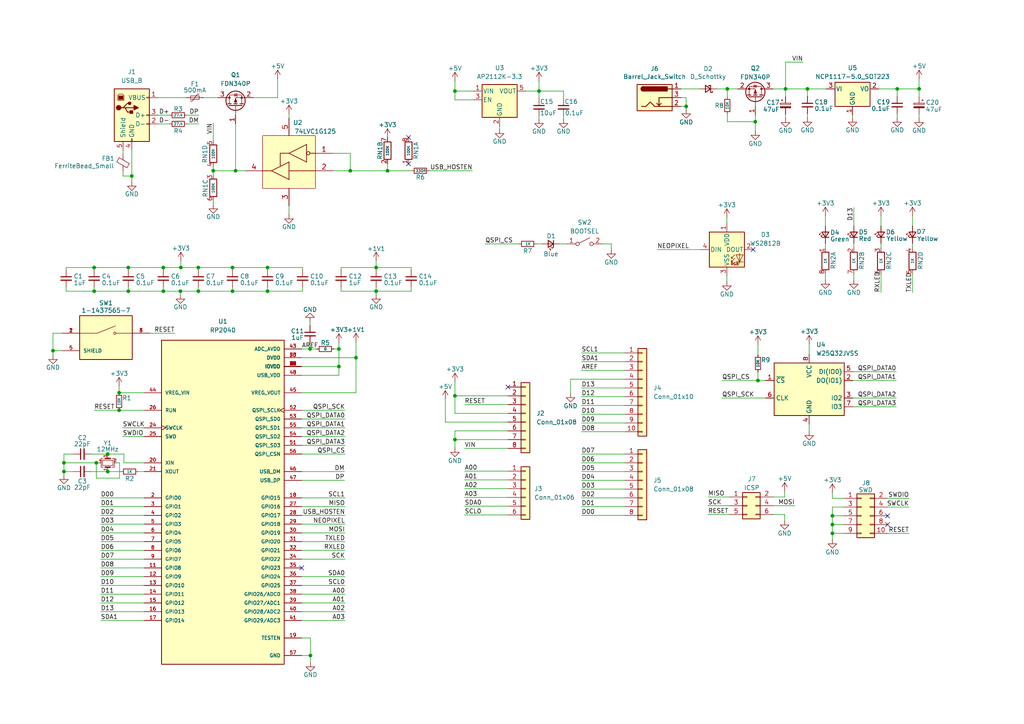
<source format=kicad_sch>
(kicad_sch (version 20211123) (generator eeschema)
  (paper "A4")
  (title_block (title "RP UNO") (date "2022-12-17") (rev "A"))
  (junction (at 101.6 49.53))
  (junction (at 52.324 84.455))
  (junction (at 90.043 190.119))
  (junction (at 34.544 118.999))
  (junction (at 98.298 106.299))
  (junction (at 47.371 77.597))
  (junction (at 68.326 49.53))
  (junction (at 260.223 25.781))
  (junction (at 227.838 25.781))
  (junction (at 27.305 84.455))
  (junction (at 61.849 49.53))
  (junction (at 156.337 26.416))
  (junction (at 109.093 84.455))
  (junction (at 34.544 113.919))
  (junction (at 31.242 136.779))
  (junction (at 57.531 84.455))
  (junction (at 112.395 49.53))
  (junction (at 210.947 25.781))
  (junction (at 67.437 84.455))
  (junction (at 18.542 134.239))
  (junction (at 52.451 77.597))
  (junction (at 241.427 149.606))
  (junction (at 18.542 136.779))
  (junction (at 103.251 103.759))
  (junction (at 219.837 110.363))
  (junction (at 77.597 77.597))
  (junction (at 266.573 25.781))
  (junction (at 27.305 77.597))
  (junction (at 98.298 101.219))
  (junction (at 131.953 26.416))
  (junction (at 47.371 84.455))
  (junction (at 57.531 77.597))
  (junction (at 37.211 84.455))
  (junction (at 27.94 134.239))
  (junction (at 15.367 101.727))
  (junction (at 241.427 154.686))
  (junction (at 38.227 51.054))
  (junction (at 199.009 30.861))
  (junction (at 219.075 35.306))
  (junction (at 234.188 25.781))
  (junction (at 109.093 77.597))
  (junction (at 131.953 127.508))
  (junction (at 37.211 77.597))
  (junction (at 89.916 101.219))
  (junction (at 31.242 131.699))
  (junction (at 241.427 152.146))
  (junction (at 77.597 84.455))
  (junction (at 131.953 114.808))
  (junction (at 67.437 77.597))
  (no_connect (at 118.491 47.498))
  (no_connect (at 218.44 72.39))
  (no_connect (at 257.429 152.146))
  (no_connect (at 87.503 164.719))
  (no_connect (at 147.32 112.268))
  (no_connect (at 118.491 39.878))
  (no_connect (at 257.429 149.606))
  (wire (pts (xy 98.298 108.839) (xy 98.298 106.299)))
  (wire (pts (xy 131.953 26.416) (xy 137.287 26.416)))
  (wire (pts (xy 134.747 117.348) (xy 147.32 117.348)))
  (wire (pts (xy 219.837 110.363) (xy 209.423 110.363)))
  (wire (pts (xy 264.668 65.532) (xy 264.668 62.611)))
  (wire (pts (xy 241.427 154.686) (xy 241.427 156.464)))
  (wire (pts (xy 199.009 28.321) (xy 197.485 28.321)))
  (wire (pts (xy 38.227 43.561) (xy 38.227 51.054)))
  (wire (pts (xy 35.56 126.619) (xy 41.783 126.619)))
  (wire (pts (xy 168.656 122.682) (xy 181.229 122.682)))
  (wire (pts (xy 119.253 83.312) (xy 119.253 84.455)))
  (wire (pts (xy 255.524 79.502) (xy 255.524 84.836)))
  (wire (pts (xy 134.747 144.272) (xy 147.32 144.272)))
  (wire (pts (xy 27.94 138.684) (xy 27.94 134.239)))
  (wire (pts (xy 26.416 131.699) (xy 31.242 131.699)))
  (wire (pts (xy 87.503 136.779) (xy 99.949 136.779)))
  (wire (pts (xy 15.367 101.727) (xy 15.367 102.997)))
  (wire (pts (xy 29.21 149.479) (xy 41.783 149.479)))
  (wire (pts (xy 80.518 28.321) (xy 80.518 22.86)))
  (wire (pts (xy 109.093 85.471) (xy 109.093 84.455)))
  (wire (pts (xy 168.656 112.522) (xy 181.229 112.522)))
  (wire (pts (xy 29.21 164.719) (xy 41.783 164.719)))
  (wire (pts (xy 61.849 49.53) (xy 61.849 50.673)))
  (wire (pts (xy 29.21 157.099) (xy 41.783 157.099)))
  (wire (pts (xy 147.32 119.888) (xy 131.953 119.888)))
  (wire (pts (xy 234.188 33.02) (xy 234.188 34.163)))
  (wire (pts (xy 197.485 25.781) (xy 202.819 25.781)))
  (wire (pts (xy 219.075 35.306) (xy 219.075 37.973)))
  (wire (pts (xy 19.177 84.455) (xy 27.305 84.455)))
  (wire (pts (xy 263.652 147.066) (xy 257.429 147.066)))
  (wire (pts (xy 247.65 70.612) (xy 247.65 71.882)))
  (wire (pts (xy 168.656 102.362) (xy 181.229 102.362)))
  (wire (pts (xy 87.503 146.939) (xy 100.076 146.939)))
  (wire (pts (xy 87.503 157.099) (xy 100.076 157.099)))
  (wire (pts (xy 131.953 124.968) (xy 131.953 127.508)))
  (wire (pts (xy 241.427 147.066) (xy 241.427 149.606)))
  (wire (pts (xy 134.747 136.652) (xy 147.32 136.652)))
  (wire (pts (xy 244.729 147.066) (xy 241.427 147.066)))
  (wire (pts (xy 15.367 96.647) (xy 15.367 101.727)))
  (wire (pts (xy 34.544 118.999) (xy 41.783 118.999)))
  (wire (pts (xy 90.043 190.119) (xy 87.503 190.119)))
  (wire (pts (xy 112.395 49.53) (xy 119.38 49.53)))
  (wire (pts (xy 87.503 118.999) (xy 100.076 118.999)))
  (wire (pts (xy 59.055 28.321) (xy 63.246 28.321)))
  (wire (pts (xy 210.82 64.77) (xy 210.82 63.119)))
  (wire (pts (xy 101.6 49.53) (xy 112.395 49.53)))
  (wire (pts (xy 34.544 113.919) (xy 34.544 112.014)))
  (wire (pts (xy 27.305 84.455) (xy 37.211 84.455)))
  (wire (pts (xy 27.305 77.597) (xy 37.211 77.597)))
  (wire (pts (xy 234.696 123.063) (xy 234.696 125.095)))
  (wire (pts (xy 100.076 144.399) (xy 87.503 144.399)))
  (wire (pts (xy 27.305 83.312) (xy 27.305 84.455)))
  (wire (pts (xy 34.544 113.919) (xy 41.783 113.919)))
  (wire (pts (xy 100.076 169.799) (xy 87.503 169.799)))
  (wire (pts (xy 37.211 83.312) (xy 37.211 84.455)))
  (wire (pts (xy 168.656 131.699) (xy 181.229 131.699)))
  (wire (pts (xy 90.043 190.119) (xy 90.043 192.151)))
  (wire (pts (xy 134.747 149.352) (xy 147.32 149.352)))
  (wire (pts (xy 109.093 77.597) (xy 109.093 75.692)))
  (wire (pts (xy 98.933 84.455) (xy 109.093 84.455)))
  (wire (pts (xy 247.65 79.502) (xy 247.65 81.153)))
  (wire (pts (xy 168.656 104.902) (xy 181.229 104.902)))
  (wire (pts (xy 52.451 77.597) (xy 57.531 77.597)))
  (wire (pts (xy 255.524 65.532) (xy 255.524 62.611)))
  (wire (pts (xy 129.159 115.824) (xy 129.159 122.428)))
  (wire (pts (xy 35.56 124.079) (xy 41.783 124.079)))
  (wire (pts (xy 205.359 149.225) (xy 211.582 149.225)))
  (wire (pts (xy 156.337 26.416) (xy 156.337 28.575)))
  (wire (pts (xy 227.838 18.034) (xy 232.918 18.034)))
  (wire (pts (xy 100.076 172.339) (xy 87.503 172.339)))
  (wire (pts (xy 35.687 51.054) (xy 38.227 51.054)))
  (wire (pts (xy 131.953 127.508) (xy 147.32 127.508)))
  (wire (pts (xy 21.336 131.699) (xy 18.542 131.699)))
  (wire (pts (xy 87.503 149.479) (xy 100.076 149.479)))
  (wire (pts (xy 29.21 167.259) (xy 41.783 167.259)))
  (wire (pts (xy 156.337 26.416) (xy 163.449 26.416)))
  (wire (pts (xy 266.573 33.147) (xy 266.573 34.29)))
  (wire (pts (xy 87.503 154.559) (xy 100.076 154.559)))
  (wire (pts (xy 52.324 84.455) (xy 57.531 84.455)))
  (wire (pts (xy 131.953 114.808) (xy 131.953 119.888)))
  (wire (pts (xy 241.427 144.526) (xy 241.427 142.875)))
  (wire (pts (xy 98.933 83.312) (xy 98.933 84.455)))
  (wire (pts (xy 26.416 136.779) (xy 31.242 136.779)))
  (wire (pts (xy 67.437 78.232) (xy 67.437 77.597)))
  (wire (pts (xy 68.326 49.53) (xy 71.12 49.53)))
  (wire (pts (xy 87.503 167.259) (xy 100.076 167.259)))
  (wire (pts (xy 264.668 70.612) (xy 264.668 71.882)))
  (wire (pts (xy 67.437 84.455) (xy 77.597 84.455)))
  (wire (pts (xy 144.907 36.576) (xy 144.907 37.465)))
  (wire (pts (xy 219.075 33.401) (xy 219.075 35.306)))
  (wire (pts (xy 266.573 25.781) (xy 266.573 22.86)))
  (wire (pts (xy 147.32 122.428) (xy 129.159 122.428)))
  (wire (pts (xy 131.953 110.744) (xy 131.953 114.808)))
  (wire (pts (xy 263.652 144.526) (xy 257.429 144.526)))
  (wire (pts (xy 112.395 47.498) (xy 112.395 49.53)))
  (wire (pts (xy 199.009 30.861) (xy 199.009 31.75)))
  (wire (pts (xy 87.757 77.597) (xy 87.757 78.232)))
  (wire (pts (xy 227.584 149.225) (xy 227.584 151.003)))
  (wire (pts (xy 18.542 136.779) (xy 18.542 137.795)))
  (wire (pts (xy 29.21 154.559) (xy 41.783 154.559)))
  (wire (pts (xy 45.847 28.321) (xy 53.975 28.321)))
  (wire (pts (xy 98.298 99.314) (xy 98.298 101.219)))
  (wire (pts (xy 29.21 144.399) (xy 41.783 144.399)))
  (wire (pts (xy 134.747 130.048) (xy 147.32 130.048)))
  (wire (pts (xy 219.837 107.95) (xy 219.837 110.363)))
  (wire (pts (xy 219.837 102.87) (xy 219.837 99.949)))
  (wire (pts (xy 210.82 80.01) (xy 210.82 81.661)))
  (wire (pts (xy 168.656 115.062) (xy 181.229 115.062)))
  (wire (pts (xy 61.849 49.53) (xy 68.326 49.53)))
  (wire (pts (xy 168.656 136.779) (xy 181.229 136.779)))
  (wire (pts (xy 174.625 70.739) (xy 177.292 70.739)))
  (wire (pts (xy 19.177 78.232) (xy 19.177 77.597)))
  (wire (pts (xy 239.395 79.502) (xy 239.395 81.153)))
  (wire (pts (xy 54.229 35.941) (xy 57.658 35.941)))
  (wire (pts (xy 156.337 33.655) (xy 156.337 34.544)))
  (wire (pts (xy 150.495 70.739) (xy 140.716 70.739)))
  (wire (pts (xy 61.849 48.387) (xy 61.849 49.53)))
  (wire (pts (xy 241.427 154.686) (xy 244.729 154.686)))
  (wire (pts (xy 15.367 101.727) (xy 18.034 101.727)))
  (wire (pts (xy 45.847 35.941) (xy 49.149 35.941)))
  (wire (pts (xy 103.251 103.759) (xy 103.251 113.919)))
  (wire (pts (xy 35.941 134.239) (xy 41.783 134.239)))
  (wire (pts (xy 247.269 33.401) (xy 247.269 34.163)))
  (wire (pts (xy 87.503 101.219) (xy 89.916 101.219)))
  (wire (pts (xy 87.503 121.539) (xy 100.076 121.539)))
  (wire (pts (xy 77.597 77.597) (xy 87.757 77.597)))
  (wire (pts (xy 87.503 152.019) (xy 100.076 152.019)))
  (wire (pts (xy 89.916 101.219) (xy 91.821 101.219)))
  (wire (pts (xy 131.953 28.956) (xy 131.953 26.416)))
  (wire (pts (xy 87.503 162.179) (xy 100.076 162.179)))
  (wire (pts (xy 29.21 172.339) (xy 41.783 172.339)))
  (wire (pts (xy 27.305 78.232) (xy 27.305 77.597)))
  (wire (pts (xy 234.696 102.743) (xy 234.696 99.822)))
  (wire (pts (xy 163.449 33.655) (xy 163.449 34.544)))
  (wire (pts (xy 168.656 134.239) (xy 181.229 134.239)))
  (wire (pts (xy 134.747 146.812) (xy 147.32 146.812)))
  (wire (pts (xy 234.188 25.781) (xy 234.188 27.94)))
  (wire (pts (xy 260.223 25.781) (xy 260.223 27.94)))
  (wire (pts (xy 37.211 78.232) (xy 37.211 77.597)))
  (wire (pts (xy 239.395 65.532) (xy 239.395 62.611)))
  (wire (pts (xy 18.542 131.699) (xy 18.542 134.239)))
  (wire (pts (xy 57.531 77.597) (xy 67.437 77.597)))
  (wire (pts (xy 227.584 149.225) (xy 224.282 149.225)))
  (wire (pts (xy 87.757 84.455) (xy 87.757 83.312)))
  (wire (pts (xy 67.437 77.597) (xy 77.597 77.597)))
  (wire (pts (xy 241.427 149.606) (xy 241.427 152.146)))
  (wire (pts (xy 168.656 146.939) (xy 181.229 146.939)))
  (wire (pts (xy 83.82 33.02) (xy 83.82 34.29)))
  (wire (pts (xy 165.481 109.982) (xy 165.481 114.046)))
  (wire (pts (xy 199.009 28.321) (xy 199.009 30.861)))
  (wire (pts (xy 131.953 26.416) (xy 131.953 23.495)))
  (wire (pts (xy 87.503 113.919) (xy 103.251 113.919)))
  (wire (pts (xy 134.747 141.732) (xy 147.32 141.732)))
  (wire (pts (xy 87.503 159.639) (xy 100.076 159.639)))
  (wire (pts (xy 109.093 84.455) (xy 119.253 84.455)))
  (wire (pts (xy 87.503 106.299) (xy 98.298 106.299)))
  (wire (pts (xy 52.451 77.597) (xy 52.451 75.692)))
  (wire (pts (xy 210.947 35.306) (xy 219.075 35.306)))
  (wire (pts (xy 131.953 114.808) (xy 147.32 114.808)))
  (wire (pts (xy 168.656 141.859) (xy 181.229 141.859)))
  (wire (pts (xy 35.941 131.699) (xy 35.941 134.239)))
  (wire (pts (xy 87.503 124.079) (xy 100.076 124.079)))
  (wire (pts (xy 247.396 107.823) (xy 259.969 107.823)))
  (wire (pts (xy 57.531 77.597) (xy 57.531 78.232)))
  (wire (pts (xy 131.953 124.968) (xy 147.32 124.968)))
  (wire (pts (xy 34.671 138.684) (xy 27.94 138.684)))
  (wire (pts (xy 157.226 70.739) (xy 155.575 70.739)))
  (wire (pts (xy 168.656 117.602) (xy 181.229 117.602)))
  (wire (pts (xy 35.687 43.561) (xy 35.687 44.704)))
  (wire (pts (xy 227.838 18.034) (xy 227.838 25.781)))
  (wire (pts (xy 221.996 115.443) (xy 209.423 115.443)))
  (wire (pts (xy 29.21 152.019) (xy 41.783 152.019)))
  (wire (pts (xy 73.406 28.321) (xy 80.518 28.321)))
  (wire (pts (xy 77.597 78.232) (xy 77.597 77.597)))
  (wire (pts (xy 87.503 139.319) (xy 99.949 139.319)))
  (wire (pts (xy 98.933 77.597) (xy 109.093 77.597)))
  (wire (pts (xy 96.901 101.219) (xy 98.298 101.219)))
  (wire (pts (xy 27.94 134.239) (xy 28.702 134.239)))
  (wire (pts (xy 57.531 83.312) (xy 57.531 84.455)))
  (wire (pts (xy 241.427 144.526) (xy 244.729 144.526)))
  (wire (pts (xy 68.326 35.941) (xy 68.326 49.53)))
  (wire (pts (xy 29.21 159.639) (xy 41.783 159.639)))
  (wire (pts (xy 168.656 125.222) (xy 181.229 125.222)))
  (wire (pts (xy 29.21 179.959) (xy 41.783 179.959)))
  (wire (pts (xy 47.371 83.312) (xy 47.371 84.455)))
  (wire (pts (xy 247.396 115.443) (xy 259.969 115.443)))
  (wire (pts (xy 207.899 25.781) (xy 210.947 25.781)))
  (wire (pts (xy 134.747 139.192) (xy 147.32 139.192)))
  (wire (pts (xy 27.305 118.999) (xy 34.544 118.999)))
  (wire (pts (xy 210.947 25.781) (xy 213.995 25.781)))
  (wire (pts (xy 241.427 152.146) (xy 241.427 154.686)))
  (wire (pts (xy 101.6 44.45) (xy 96.52 44.45)))
  (wire (pts (xy 29.21 174.879) (xy 41.783 174.879)))
  (wire (pts (xy 77.597 84.455) (xy 87.757 84.455)))
  (wire (pts (xy 205.359 144.145) (xy 211.582 144.145)))
  (wire (pts (xy 89.916 99.441) (xy 89.916 101.219)))
  (wire (pts (xy 52.324 85.471) (xy 52.324 84.455)))
  (wire (pts (xy 87.503 129.159) (xy 100.076 129.159)))
  (wire (pts (xy 109.093 77.597) (xy 119.253 77.597)))
  (wire (pts (xy 109.093 83.312) (xy 109.093 84.455)))
  (wire (pts (xy 124.46 49.53) (xy 137.033 49.53)))
  (wire (pts (xy 89.916 93.345) (xy 89.916 94.361)))
  (wire (pts (xy 100.076 179.959) (xy 87.503 179.959)))
  (wire (pts (xy 61.849 35.687) (xy 61.849 40.767)))
  (wire (pts (xy 31.242 131.699) (xy 35.941 131.699)))
  (wire (pts (xy 77.597 83.312) (xy 77.597 84.455)))
  (wire (pts (xy 47.371 78.232) (xy 47.371 77.597)))
  (wire (pts (xy 19.177 77.597) (xy 27.305 77.597)))
  (wire (pts (xy 38.227 51.054) (xy 38.227 52.705)))
  (wire (pts (xy 90.043 185.039) (xy 87.503 185.039)))
  (wire (pts (xy 241.427 152.146) (xy 244.729 152.146)))
  (wire (pts (xy 255.524 70.612) (xy 255.524 71.882)))
  (wire (pts (xy 18.542 134.239) (xy 18.542 136.779)))
  (wire (pts (xy 18.542 134.239) (xy 27.94 134.239)))
  (wire (pts (xy 87.503 103.759) (xy 103.251 103.759)))
  (wire (pts (xy 247.396 110.363) (xy 259.969 110.363)))
  (wire (pts (xy 234.188 25.781) (xy 239.649 25.781)))
  (wire (pts (xy 18.034 96.647) (xy 15.367 96.647)))
  (wire (pts (xy 227.584 144.145) (xy 224.282 144.145)))
  (wire (pts (xy 35.687 49.784) (xy 35.687 51.054)))
  (wire (pts (xy 131.953 28.956) (xy 137.287 28.956)))
  (wire (pts (xy 37.211 84.455) (xy 47.371 84.455)))
  (wire (pts (xy 227.838 33.147) (xy 227.838 34.29)))
  (wire (pts (xy 230.505 146.685) (xy 224.282 146.685)))
  (wire (pts (xy 224.155 25.781) (xy 227.838 25.781)))
  (wire (pts (xy 168.656 149.479) (xy 181.229 149.479)))
  (wire (pts (xy 264.668 79.502) (xy 264.668 84.836)))
  (wire (pts (xy 90.043 185.039) (xy 90.043 190.119)))
  (wire (pts (xy 162.306 70.739) (xy 164.465 70.739)))
  (wire (pts (xy 254.889 25.781) (xy 260.223 25.781)))
  (wire (pts (xy 50.673 96.647) (xy 43.434 96.647)))
  (wire (pts (xy 57.531 84.455) (xy 67.437 84.455)))
  (wire (pts (xy 241.427 149.606) (xy 244.729 149.606)))
  (wire (pts (xy 61.849 59.309) (xy 61.849 58.293)))
  (wire (pts (xy 119.253 77.597) (xy 119.253 78.232)))
  (wire (pts (xy 203.2 72.39) (xy 190.627 72.39)))
  (wire (pts (xy 227.584 144.145) (xy 227.584 142.494)))
  (wire (pts (xy 29.21 162.179) (xy 41.783 162.179)))
  (wire (pts (xy 40.132 136.779) (xy 41.783 136.779)))
  (wire (pts (xy 96.52 49.53) (xy 101.6 49.53)))
  (wire (pts (xy 67.437 83.312) (xy 67.437 84.455)))
  (wire (pts (xy 168.656 120.142) (xy 181.229 120.142)))
  (wire (pts (xy 47.371 84.455) (xy 52.324 84.455)))
  (wire (pts (xy 131.953 127.508) (xy 131.953 129.921)))
  (wire (pts (xy 221.996 110.363) (xy 219.837 110.363)))
  (wire (pts (xy 34.671 134.239) (xy 34.671 138.684)))
  (wire (pts (xy 100.076 177.419) (xy 87.503 177.419)))
  (wire (pts (xy 29.21 146.939) (xy 41.783 146.939)))
  (wire (pts (xy 109.093 78.232) (xy 109.093 77.597)))
  (wire (pts (xy 210.947 25.781) (xy 210.947 28.067)))
  (wire (pts (xy 31.242 136.779) (xy 35.052 136.779)))
  (wire (pts (xy 98.933 78.232) (xy 98.933 77.597)))
  (wire (pts (xy 168.656 144.399) (xy 181.229 144.399)))
  (wire (pts (xy 239.395 70.612) (xy 239.395 71.882)))
  (wire (pts (xy 100.076 174.879) (xy 87.503 174.879)))
  (wire (pts (xy 19.177 83.312) (xy 19.177 84.455)))
  (wire (pts (xy 247.65 60.198) (xy 247.65 65.532)))
  (wire (pts (xy 29.21 177.419) (xy 41.783 177.419)))
  (wire (pts (xy 168.656 107.442) (xy 181.229 107.442)))
  (wire (pts (xy 257.429 154.686) (xy 263.652 154.686)))
  (wire (pts (xy 247.396 117.983) (xy 259.969 117.983)))
  (wire (pts (xy 87.503 126.619) (xy 100.076 126.619)))
  (wire (pts (xy 54.229 33.401) (xy 57.658 33.401)))
  (wire (pts (xy 177.292 70.739) (xy 177.292 72.39)))
  (wire (pts (xy 45.847 33.401) (xy 49.149 33.401)))
  (wire (pts (xy 152.527 26.416) (xy 156.337 26.416)))
  (wire (pts (xy 87.503 131.699) (xy 100.076 131.699)))
  (wire (pts (xy 165.481 109.982) (xy 181.229 109.982)))
  (wire (pts (xy 47.371 77.597) (xy 52.451 77.597)))
  (wire (pts (xy 103.251 99.187) (xy 103.251 103.759)))
  (wire (pts (xy 98.298 101.219) (xy 98.298 106.299)))
  (wire (pts (xy 18.542 136.779) (xy 21.336 136.779)))
  (wire (pts (xy 101.6 49.53) (xy 101.6 44.45)))
  (wire (pts (xy 266.573 25.781) (xy 266.573 28.067)))
  (wire (pts (xy 156.337 26.416) (xy 156.337 23.495)))
  (wire (pts (xy 168.656 139.319) (xy 181.229 139.319)))
  (wire (pts (xy 37.211 77.597) (xy 47.371 77.597)))
  (wire (pts (xy 163.449 26.416) (xy 163.449 28.575)))
  (wire (pts (xy 210.947 33.147) (xy 210.947 35.306)))
  (wire (pts (xy 34.671 134.239) (xy 33.782 134.239)))
  (wire (pts (xy 227.838 25.781) (xy 234.188 25.781)))
  (wire (pts (xy 83.82 59.69) (xy 83.82 62.23)))
  (wire (pts (xy 29.21 169.799) (xy 41.783 169.799)))
  (wire (pts (xy 87.503 108.839) (xy 98.298 108.839)))
  (wire (pts (xy 260.223 33.02) (xy 260.223 34.163)))
  (wire (pts (xy 199.009 30.861) (xy 197.485 30.861)))
  (wire (pts (xy 260.223 25.781) (xy 266.573 25.781)))
  (wire (pts (xy 205.359 146.685) (xy 211.582 146.685)))
  (wire (pts (xy 227.838 25.781) (xy 227.838 28.067)))
  (label "QSPI_CS" (at 140.716 70.739 0))
  (label "RESET" (at 27.305 118.999 0))
  (label "RESET" (at 205.359 149.225 0))
  (label "USB_HOSTEN" (at 137.033 49.53 180))
  (label "D02" (at 29.21 149.479 0))
  (label "D12" (at 168.656 115.062 0))
  (label "D13" (at 168.656 112.522 0))
  (label "DP" (at 57.658 33.401 180))
  (label "D03" (at 168.656 141.859 0))
  (label "QSPI_CS" (at 209.423 110.363 0))
  (label "D10" (at 29.21 169.799 0))
  (label "D10" (at 168.656 120.142 0))
  (label "MOSI" (at 100.076 154.559 180))
  (label "QSPI_DATA1" (at 100.076 124.079 180))
  (label "QSPI_SCK" (at 100.076 118.999 180))
  (label "SWDIO" (at 263.652 144.526 180))
  (label "A00" (at 134.747 136.652 0))
  (label "D06" (at 168.656 134.239 0))
  (label "A02" (at 100.076 177.419 180))
  (label "D06" (at 29.21 159.639 0))
  (label "A00" (at 100.076 172.339 180))
  (label "SWCLK" (at 35.56 124.079 0))
  (label "QSPI_SCK" (at 209.423 115.443 0))
  (label "SCL0" (at 100.076 169.799 180))
  (label "RESET" (at 134.747 117.348 0))
  (label "QSPI_DATA2" (at 259.969 115.443 180))
  (label "D07" (at 29.21 162.179 0))
  (label "QSPI_CS" (at 100.076 131.699 180))
  (label "NEOPIXEL" (at 190.627 72.39 0))
  (label "D08" (at 168.656 125.222 0))
  (label "D04" (at 29.21 154.559 0))
  (label "RXLED" (at 255.524 84.836 90))
  (label "DP" (at 99.949 139.319 180))
  (label "VIN" (at 134.747 130.048 0))
  (label "MOSI" (at 230.505 146.685 180))
  (label "D00" (at 168.656 149.479 0))
  (label "QSPI_DATA3" (at 100.076 129.159 180))
  (label "SCL1" (at 100.076 144.399 180))
  (label "SDA0" (at 100.076 167.259 180))
  (label "DM" (at 57.658 35.941 180))
  (label "AREF" (at 87.503 101.219 0))
  (label "A01" (at 134.747 139.192 0))
  (label "SDA0" (at 134.747 146.812 0))
  (label "D01" (at 29.21 146.939 0))
  (label "A02" (at 134.747 141.732 0))
  (label "QSPI_DATA3" (at 259.969 117.983 180))
  (label "SWDIO" (at 35.56 126.619 0))
  (label "SCK" (at 100.076 162.179 180))
  (label "VIN" (at 232.918 18.034 180))
  (label "D-" (at 49.149 35.941 180))
  (label "D04" (at 168.656 139.319 0))
  (label "MISO" (at 100.076 146.939 180))
  (label "A03" (at 100.076 179.959 180))
  (label "D05" (at 168.656 136.779 0))
  (label "D09" (at 29.21 167.259 0))
  (label "A01" (at 100.076 174.879 180))
  (label "SCL0" (at 134.747 149.352 0))
  (label "D11" (at 168.656 117.602 0))
  (label "DM" (at 99.949 136.779 180))
  (label "RESET" (at 263.652 154.686 180))
  (label "D01" (at 168.656 146.939 0))
  (label "D08" (at 29.21 164.719 0))
  (label "MISO" (at 205.359 144.145 0))
  (label "D07" (at 168.656 131.699 0))
  (label "D00" (at 29.21 144.399 0))
  (label "D13" (at 29.21 177.419 0))
  (label "VIN" (at 61.849 35.687 270))
  (label "D09" (at 168.656 122.682 0))
  (label "SWCLK" (at 263.652 147.066 180))
  (label "RXLED" (at 100.076 159.639 180))
  (label "D12" (at 29.21 174.879 0))
  (label "AREF" (at 168.656 107.442 0))
  (label "D13" (at 247.65 60.198 270))
  (label "NEOPIXEL" (at 100.076 152.019 180))
  (label "SCL1" (at 168.656 102.362 0))
  (label "QSPI_DATA0" (at 100.076 121.539 180))
  (label "QSPI_DATA2" (at 100.076 126.619 180))
  (label "D11" (at 29.21 172.339 0))
  (label "SDA1" (at 168.656 104.902 0))
  (label "A03" (at 134.747 144.272 0))
  (label "D05" (at 29.21 157.099 0))
  (label "D+" (at 49.149 33.401 180))
  (label "QSPI_DATA0" (at 259.969 107.823 180))
  (label "SCK" (at 205.359 146.685 0))
  (label "QSPI_DATA1" (at 259.969 110.363 180))
  (label "USB_HOSTEN" (at 100.076 149.479 180))
  (label "SDA1" (at 29.21 179.959 0))
  (label "D02" (at 168.656 144.399 0))
  (label "RESET" (at 50.673 96.647 180))
  (label "D03" (at 29.21 152.019 0))
  (label "TXLED" (at 100.076 157.099 180))
  (label "TXLED" (at 264.668 84.836 90))
  (symbol (lib_id "Connector:USB_B") (at 38.227 33.401 0) (unit 1)
    (property "Reference" "J1" (at 38.227 20.828 0))
    (property "Value" "USB_B" (at 38.227 23.368 0))
    (property "Footprint" "Connector_USB:USB_B_OST_USB-B1HSxx_Horizontal" (effects hide))
    (property "Datasheet" " ~" (effects hide))
  )
  (symbol (lib_id "Device:C_Small") (at 37.211 80.772 0) (unit 1)
    (property "Reference" "C5" (at 39.37 80.137 0) (effects (justify left)))
    (property "Value" "0.1uF" (at 39.37 82.042 0) (effects (justify left)))
    (property "Footprint" "Capacitor_SMD:C_0603_1608Metric" (effects hide))
  )
  (symbol (lib_id "Device:C_Polarized_Small") (at 266.573 30.607 0) (mirror y) (unit 1)
    (property "Reference" "C20" (at 272.415 29.718 0) (effects (justify left)))
    (property "Value" "47uF" (at 273.304 31.75 0) (effects (justify left)))
    (property "Footprint" "RP Uno:CAPAE680X600N" (effects hide))
  )
  (symbol (lib_id "power:+3V3") (at 234.696 99.822 0) (unit 1)
    (property "Reference" "#PWR0126" (effects hide))
    (property "Value" "+3V3" (at 234.696 96.139 0))
  )
  (symbol (lib_id "Connector:Barrel_Jack_Switch") (at 189.865 28.321 0) (unit 1)
    (property "Reference" "J6" (at 189.865 19.939 0))
    (property "Value" "Barrel_Jack_Switch" (at 189.865 22.225 0))
    (property "Footprint" "Connector_BarrelJack:BarrelJack_Horizontal" (effects hide))
  )
  (symbol (lib_id "power:GND") (at 227.838 34.29 0) (unit 1)
    (property "Reference" "#PWR0121" (effects hide))
    (property "Value" "GND" (at 227.838 37.846 0))
  )
  (symbol (lib_id "Device:R_Small") (at 34.544 116.459 0) (unit 1)
    (property "Reference" "R1" (at 35.433 115.443 0) (effects (justify left)))
    (property "Value" "10K" (at 34.544 117.602 90) (effects (font (size 0.762 0.762)) (justify left)))
    (property "Footprint" "Resistor_SMD:R_0603_1608Metric" (effects hide))
  )
  (symbol (lib_id "74LVC1G125:SN74LVC1G125DBVT") (at 83.82 46.99 0) (mirror y) (unit 1)
    (property "Reference" "U2" (at 86.36 35.56 0))
    (property "Value" "74LVC1G125" (at 91.44 38.1 0))
    (property "Footprint" "Package_TO_SOT_SMD:SOT-23-5" (effects hide))
    (property "Datasheet" "http://www.ti.com/lit/sg/scyt129e/scyt129e.pdf" (effects hide))
  )
  (symbol (lib_id "Switch:SW_SPST") (at 169.545 70.739 0) (unit 1)
    (property "Reference" "SW2" (at 169.545 64.516 0))
    (property "Value" "BOOTSEL" (at 169.545 67.056 0))
    (property "Footprint" "Button_Switch_SMD:SW_SPST_B3U-1000P" (effects hide))
  )
  (symbol (lib_id "power:GND") (at 165.481 114.046 0) (unit 1)
    (property "Reference" "#PWR0109" (effects hide))
    (property "Value" "GND" (at 165.481 117.729 0))
  )
  (symbol (lib_id "power:GND") (at 234.696 125.095 0) (unit 1)
    (property "Reference" "#PWR0113" (effects hide))
    (property "Value" "GND" (at 234.696 128.651 0))
  )
  (symbol (lib_id "Device:C_Polarized_Small") (at 227.838 30.607 0) (unit 1)
    (property "Reference" "C17" (at 222.25 29.718 0) (effects (justify left)))
    (property "Value" "47uF" (at 221.234 31.75 0) (effects (justify left)))
    (property "Footprint" "RP Uno:CAPAE680X600N" (effects hide))
  )
  (symbol (lib_id "Device:Crystal_GND24_Small") (at 31.242 134.239 90) (unit 1)
    (property "Reference" "Y1" (at 31.242 128.524 90))
    (property "Value" "12MHz" (at 31.242 130.302 90))
    (property "Footprint" "Crystal:Crystal_SMD_2520-4Pin_2.5x2.0mm" (effects hide))
  )
  (symbol (lib_id "Connector_Generic:Conn_01x10") (at 186.309 112.522 0) (unit 1)
    (property "Reference" "J4" (at 189.484 112.5219 0) (effects (justify left)))
    (property "Value" "Conn_01x10" (at 189.484 115.0619 0) (effects (justify left)))
    (property "Footprint" "Connector_PinSocket_2.54mm:PinSocket_1x10_P2.54mm_Vertical" (effects hide))
  )
  (symbol (lib_id "power:GND") (at 83.82 62.23 0) (unit 1)
    (property "Reference" "#PWR0141" (effects hide))
    (property "Value" "GND" (at 83.82 65.786 0))
  )
  (symbol (lib_id "Device:C_Small") (at 77.597 80.772 0) (unit 1)
    (property "Reference" "C9" (at 79.756 80.137 0) (effects (justify left)))
    (property "Value" "0.1uF" (at 79.756 82.042 0) (effects (justify left)))
    (property "Footprint" "Capacitor_SMD:C_0603_1608Metric" (effects hide))
  )
  (symbol (lib_id "Device:LED_Small") (at 247.65 68.072 90) (unit 1)
    (property "Reference" "D5" (at 249.047 67.31 90) (effects (justify right)))
    (property "Value" "Red" (at 249.047 69.215 90) (effects (justify right)))
    (property "Footprint" "LED_SMD:LED_0603_1608Metric" (effects hide))
  )
  (symbol (lib_id "power:+3V3") (at 131.953 110.744 0) (unit 1)
    (property "Reference" "#PWR0110" (effects hide))
    (property "Value" "+3V3" (at 131.953 107.061 0))
  )
  (symbol (lib_id "power:GND") (at 18.542 137.795 0) (unit 1)
    (property "Reference" "#PWR0136" (effects hide))
    (property "Value" "GND" (at 18.542 141.478 0))
  )
  (symbol (lib_id "Device:C_Small") (at 23.876 136.779 90) (unit 1)
    (property "Reference" "C3" (at 23.876 139.573 90))
    (property "Value" "22pF" (at 23.876 141.351 90))
    (property "Footprint" "Capacitor_SMD:C_0603_1608Metric" (effects hide))
  )
  (symbol (lib_id "power:+3V3") (at 239.395 62.611 0) (unit 1)
    (property "Reference" "#PWR0120" (effects hide))
    (property "Value" "+3V3" (at 239.395 58.928 0))
  )
  (symbol (lib_id "power:+3V3") (at 98.298 99.314 0) (unit 1)
    (property "Reference" "#PWR0147" (effects hide))
    (property "Value" "+3V3" (at 98.298 95.631 0))
  )
  (symbol (lib_id "Device:C_Small") (at 27.305 80.772 0) (unit 1)
    (property "Reference" "C4" (at 29.464 80.137 0) (effects (justify left)))
    (property "Value" "0.1uF" (at 29.464 82.042 0) (effects (justify left)))
    (property "Footprint" "Capacitor_SMD:C_0603_1608Metric" (effects hide))
  )
  (symbol (lib_id "Device:R_Small") (at 94.361 101.219 90) (unit 1)
    (property "Reference" "R5" (at 94.361 99.441 90))
    (property "Value" "0" (at 94.361 101.219 90) (effects (font (size 0.762 0.762))))
    (property "Footprint" "Resistor_SMD:R_0603_1608Metric" (effects hide))
  )
  (symbol (lib_id "Device:C_Small") (at 119.253 80.772 0) (unit 1)
    (property "Reference" "C14" (at 121.412 80.137 0) (effects (justify left)))
    (property "Value" "0.1uF" (at 121.412 82.042 0) (effects (justify left)))
    (property "Footprint" "Capacitor_SMD:C_0603_1608Metric" (effects hide))
  )
  (symbol (lib_id "power:GND") (at 163.449 34.544 0) (unit 1)
    (property "Reference" "#PWR0102" (effects hide))
    (property "Value" "GND" (at 163.449 38.1 0))
  )
  (symbol (lib_id "power:GND") (at 219.075 37.973 0) (unit 1)
    (property "Reference" "#PWR0130" (effects hide))
    (property "Value" "GND" (at 219.075 41.656 0))
  )
  (symbol (lib_id "Device:C_Small") (at 67.437 80.772 0) (unit 1)
    (property "Reference" "C8" (at 69.596 80.137 0) (effects (justify left)))
    (property "Value" "0.1uF" (at 69.596 82.042 0) (effects (justify left)))
    (property "Footprint" "Capacitor_SMD:C_0603_1608Metric" (effects hide))
  )
  (symbol (lib_id "Device:R_Pack04_Split") (at 118.491 43.688 0) (unit 1)
    (property "Reference" "RN1" (at 120.65 46.228 90) (effects (justify left)))
    (property "Value" "100K" (at 118.491 45.212 90) (effects (font (size 0.762 0.762)) (justify left)))
    (property "Footprint" "Resistor_SMD:R_Array_Concave_4x0603" (effects hide))
  )
  (symbol (lib_id "Device:C_Small") (at 234.188 30.48 0) (unit 1)
    (property "Reference" "C18" (at 236.22 29.591 0) (effects (justify left)))
    (property "Value" "0.1uF" (at 236.22 31.496 0) (effects (justify left)))
    (property "Footprint" "Capacitor_SMD:C_0603_1608Metric" (effects hide))
  )
  (symbol (lib_id "power:+3V3") (at 210.82 63.119 0) (unit 1)
    (property "Reference" "#PWR0131" (effects hide))
    (property "Value" "+3V3" (at 210.82 59.436 0))
  )
  (symbol (lib_id "power:+3V3") (at 255.524 62.611 0) (unit 1)
    (property "Reference" "#PWR0125" (effects hide))
    (property "Value" "+3V3" (at 255.524 58.928 0))
  )
  (symbol (lib_id "power:GND") (at 234.188 34.163 0) (unit 1)
    (property "Reference" "#PWR0122" (effects hide))
    (property "Value" "GND" (at 234.188 37.719 0))
  )
  (symbol (lib_id "power:+5V") (at 80.518 22.86 0) (unit 1)
    (property "Reference" "#PWR0134" (effects hide))
    (property "Value" "+5V" (at 80.518 19.177 0))
  )
  (symbol (lib_id "Device:C_Small") (at 47.371 80.772 0) (unit 1)
    (property "Reference" "C6" (at 49.53 80.137 0) (effects (justify left)))
    (property "Value" "0.1uF" (at 49.53 82.042 0) (effects (justify left)))
    (property "Footprint" "Capacitor_SMD:C_0603_1608Metric" (effects hide))
  )
  (symbol (lib_id "power:GND") (at 156.337 34.544 0) (unit 1)
    (property "Reference" "#PWR0103" (effects hide))
    (property "Value" "GND" (at 156.337 38.1 0))
  )
  (symbol (lib_id "power:+3V3") (at 52.451 75.692 0) (unit 1)
    (property "Reference" "#PWR0145" (effects hide))
    (property "Value" "+3V3" (at 52.451 72.009 0))
  )
  (symbol (lib_id "Transistor_FET:FDN340P") (at 68.326 30.861 90) (unit 1)
    (property "Reference" "Q1" (at 68.326 21.717 90))
    (property "Value" "FDN340P" (at 68.326 24.257 90))
    (property "Footprint" "Package_TO_SOT_SMD:SOT-23" (effects hide))
    (property "Datasheet" "https://www.onsemi.com/pub/Collateral/FDN340P-D.PDF" (effects hide))
  )
  (symbol (lib_id "power:+5V") (at 266.573 22.86 0) (unit 1)
    (property "Reference" "#PWR0117" (effects hide))
    (property "Value" "+5V" (at 266.573 19.177 0))
  )
  (symbol (lib_id "Device:C_Small") (at 156.337 31.115 0) (unit 1)
    (property "Reference" "C15" (at 156.591 29.464 0) (effects (justify left)))
    (property "Value" "10uF" (at 156.591 32.766 0) (effects (justify left)))
    (property "Footprint" "Capacitor_SMD:C_0603_1608Metric" (effects hide))
  )
  (symbol (lib_id "Device:C_Small") (at 23.876 131.699 90) (unit 1)
    (property "Reference" "C2" (at 23.876 127 90))
    (property "Value" "22pF" (at 23.876 128.778 90))
    (property "Footprint" "Capacitor_SMD:C_0603_1608Metric" (effects hide))
  )
  (symbol (lib_id "power:+3V3") (at 34.544 112.014 0) (unit 1)
    (property "Reference" "#PWR0135" (effects hide))
    (property "Value" "+3V3" (at 34.544 108.331 0))
  )
  (symbol (lib_id "power:GND") (at 177.292 72.39 0) (unit 1)
    (property "Reference" "#PWR0106" (effects hide))
    (property "Value" "GND" (at 177.292 76.073 0))
  )
  (symbol (lib_id "Memory_Flash:W25Q32JVSS") (at 234.696 112.903 0) (unit 1)
    (property "Reference" "U4" (at 236.7154 99.949 0) (effects (justify left)))
    (property "Value" "W25Q32JVSS" (at 236.7154 102.489 0) (effects (justify left)))
    (property "Footprint" "Package_SO:SOIC-8_5.23x5.23mm_P1.27mm" (effects hide))
    (property "Datasheet" "http://www.winbond.com/resource-files/w25q32jv%20revg%2003272018%20plus.pdf" (effects hide))
  )
  (symbol (lib_id "power:GND") (at 247.269 34.163 0) (unit 1)
    (property "Reference" "#PWR0118" (effects hide))
    (property "Value" "GND" (at 247.269 37.719 0))
  )
  (symbol (lib_id "Device:R_Small") (at 219.837 105.41 0) (unit 1)
    (property "Reference" "R9" (at 220.726 104.394 0) (effects (justify left)))
    (property "Value" "10K" (at 219.837 106.553 90) (effects (font (size 0.762 0.762)) (justify left)))
    (property "Footprint" "Resistor_SMD:R_0603_1608Metric" (effects hide))
  )
  (symbol (lib_id "Device:R_Small") (at 51.689 33.401 90) (unit 1)
    (property "Reference" "R3" (at 51.689 31.623 90))
    (property "Value" "27.4" (at 51.689 33.401 90) (effects (font (size 0.762 0.762))))
    (property "Footprint" "Resistor_SMD:R_0603_1608Metric" (effects hide))
  )
  (symbol (lib_id "Device:C_Small") (at 89.916 96.901 0) (unit 1)
    (property "Reference" "C11" (at 84.328 96.012 0) (effects (justify left)))
    (property "Value" "1uF" (at 84.455 97.917 0) (effects (justify left)))
    (property "Footprint" "Capacitor_SMD:C_0603_1608Metric" (effects hide))
  )
  (symbol (lib_id "power:GND") (at 61.849 59.309 0) (unit 1)
    (property "Reference" "#PWR0142" (effects hide))
    (property "Value" "GND" (at 61.849 62.865 0))
  )
  (symbol (lib_id "Device:D_Schottky_Small") (at 205.359 25.781 180) (unit 1)
    (property "Reference" "D2" (at 205.359 19.939 0))
    (property "Value" "D_Schottky" (at 205.359 22.225 0))
    (property "Footprint" "Diode_SMD:D_SMB" (effects hide))
  )
  (symbol (lib_id "power:+5V") (at 131.953 23.495 0) (unit 1)
    (property "Reference" "#PWR0104" (effects hide))
    (property "Value" "+5V" (at 131.953 19.812 0))
  )
  (symbol (lib_id "power:GND") (at 89.916 93.345 180) (unit 1)
    (property "Reference" "#PWR0146" (effects hide))
    (property "Value" "GND" (at 89.916 89.789 0))
  )
  (symbol (lib_id "Connector_Generic:Conn_02x05_Odd_Even") (at 249.809 149.606 0) (unit 1)
    (property "Reference" "J8" (at 251.206 140.081 0))
    (property "Value" "SWD" (at 251.079 142.113 0))
    (property "Footprint" "RP Uno:2X05_1.27MM_BOX_POSTS" (effects hide))
  )
  (symbol (lib_id "Device:R_Pack04_Split") (at 61.849 44.577 0) (unit 4)
    (property "Reference" "RN1" (at 59.436 42.037 90) (effects (justify right)))
    (property "Value" "100K" (at 61.849 43.053 90) (effects (font (size 0.762 0.762)) (justify right)))
    (property "Footprint" "Resistor_SMD:R_Array_Concave_4x0603" (effects hide))
  )
  (symbol (lib_id "power:GND") (at 52.324 85.471 0) (unit 1)
    (property "Reference" "#PWR0144" (effects hide))
    (property "Value" "GND" (at 52.324 89.027 0))
  )
  (symbol (lib_id "power:GND") (at 239.395 81.153 0) (unit 1)
    (property "Reference" "#PWR0127" (effects hide))
    (property "Value" "GND" (at 239.395 84.836 0))
  )
  (symbol (lib_id "power:+3V3") (at 219.837 99.949 0) (unit 1)
    (property "Reference" "#PWR0107" (effects hide))
    (property "Value" "+3V3" (at 219.837 96.266 0))
  )
  (symbol (lib_id "power:+3V3") (at 112.395 39.878 0) (unit 1)
    (property "Reference" "#PWR0140" (effects hide))
    (property "Value" "+3V3" (at 112.395 36.195 0))
  )
  (symbol (lib_id "Device:R_Pack04_Split") (at 112.395 43.688 0) (unit 2)
    (property "Reference" "RN1" (at 110.236 41.021 90) (effects (justify right)))
    (property "Value" "100K" (at 112.395 42.164 90) (effects (font (size 0.762 0.762)) (justify right)))
    (property "Footprint" "Resistor_SMD:R_Array_Concave_4x0603" (effects hide))
  )
  (symbol (lib_id "Device:C_Small") (at 109.093 80.772 0) (unit 1)
    (property "Reference" "C13" (at 111.252 80.137 0) (effects (justify left)))
    (property "Value" "0.1uF" (at 111.252 82.042 0) (effects (justify left)))
    (property "Footprint" "Capacitor_SMD:C_0603_1608Metric" (effects hide))
  )
  (symbol (lib_id "Regulator_Linear:NCP1117-5.0_SOT223") (at 247.269 25.781 0) (unit 1)
    (property "Reference" "U5" (at 247.269 19.685 0))
    (property "Value" "NCP1117-5.0_SOT223" (at 247.269 22.225 0))
    (property "Footprint" "Package_TO_SOT_SMD:SOT-223-3_TabPin2" (effects hide))
    (property "Datasheet" "http://www.onsemi.com/pub_link/Collateral/NCP1117-D.PDF" (effects hide))
  )
  (symbol (lib_id "Device:R_Pack04_Split") (at 247.65 75.692 180) (unit 2)
    (property "Reference" "RN2" (at 249.936 78.232 90) (effects (justify right)))
    (property "Value" "1K" (at 247.65 76.454 90) (effects (font (size 0.762 0.762)) (justify right)))
    (property "Footprint" "Resistor_SMD:R_Array_Concave_4x0603" (effects hide))
  )
  (symbol (lib_id "Device:C_Small") (at 19.177 80.772 0) (unit 1)
    (property "Reference" "C1" (at 21.336 80.137 0) (effects (justify left)))
    (property "Value" "1uF" (at 21.336 82.042 0) (effects (justify left)))
    (property "Footprint" "Capacitor_SMD:C_0603_1608Metric" (effects hide))
  )
  (symbol (lib_id "Device:R_Small") (at 37.592 136.779 90) (unit 1)
    (property "Reference" "R2" (at 37.592 138.811 90))
    (property "Value" "1K" (at 37.592 136.779 90) (effects (font (size 0.762 0.762))))
    (property "Footprint" "Resistor_SMD:R_0603_1608Metric" (effects hide))
  )
  (symbol (lib_id "power:GND") (at 260.223 34.163 0) (mirror y) (unit 1)
    (property "Reference" "#PWR0119" (effects hide))
    (property "Value" "GND" (at 260.223 37.719 0))
  )
  (symbol (lib_id "power:+1V1") (at 103.251 99.187 0) (unit 1)
    (property "Reference" "#PWR0150" (effects hide))
    (property "Value" "+1V1" (at 103.251 95.631 0))
  )
  (symbol (lib_id "Device:R_Pack04_Split") (at 255.524 75.692 180) (unit 3)
    (property "Reference" "RN2" (at 257.81 78.232 90) (effects (justify right)))
    (property "Value" "1K" (at 255.524 76.454 90) (effects (font (size 0.762 0.762)) (justify right)))
    (property "Footprint" "Resistor_SMD:R_Array_Concave_4x0603" (effects hide))
  )
  (symbol (lib_id "Connector_Generic:Conn_01x06") (at 152.4 141.732 0) (unit 1)
    (property "Reference" "J3" (at 154.94 141.7319 0) (effects (justify left)))
    (property "Value" "Conn_01x06" (at 154.94 144.2719 0) (effects (justify left)))
    (property "Footprint" "Connector_PinSocket_2.54mm:PinSocket_1x06_P2.54mm_Vertical" (effects hide))
  )
  (symbol (lib_id "power:GND") (at 199.009 31.75 0) (unit 1)
    (property "Reference" "#PWR0129" (effects hide))
    (property "Value" "GND" (at 199.009 35.433 0))
  )
  (symbol (lib_id "Device:R_Small") (at 210.947 30.607 0) (unit 1)
    (property "Reference" "R8" (at 207.264 30.607 0) (effects (justify left)))
    (property "Value" "10K" (at 210.947 31.75 90) (effects (font (size 0.762 0.762)) (justify left)))
    (property "Footprint" "Resistor_SMD:R_0603_1608Metric" (effects hide))
  )
  (symbol (lib_id "Device:R_Pack04_Split") (at 239.395 75.692 180) (unit 1)
    (property "Reference" "RN2" (at 241.681 78.105 90) (effects (justify right)))
    (property "Value" "1K" (at 239.395 76.454 90) (effects (font (size 0.762 0.762)) (justify right)))
    (property "Footprint" "Resistor_SMD:R_Array_Concave_4x0603" (effects hide))
  )
  (symbol (lib_id "power:+3V3") (at 156.337 23.495 0) (unit 1)
    (property "Reference" "#PWR0101" (effects hide))
    (property "Value" "+3V3" (at 156.337 19.812 0))
  )
  (symbol (lib_id "Device:LED_Small") (at 255.524 68.072 90) (unit 1)
    (property "Reference" "D6" (at 256.921 67.31 90) (effects (justify right)))
    (property "Value" "Yellow" (at 257.048 69.215 90) (effects (justify right)))
    (property "Footprint" "LED_SMD:LED_0603_1608Metric" (effects hide))
  )
  (symbol (lib_id "Device:C_Small") (at 98.933 80.772 0) (unit 1)
    (property "Reference" "C12" (at 101.092 80.137 0) (effects (justify left)))
    (property "Value" "1uF" (at 101.092 82.042 0) (effects (justify left)))
    (property "Footprint" "Capacitor_SMD:C_0603_1608Metric" (effects hide))
  )
  (symbol (lib_id "Device:C_Small") (at 87.757 80.772 0) (unit 1)
    (property "Reference" "C10" (at 89.916 80.137 0) (effects (justify left)))
    (property "Value" "0.1uF" (at 89.916 82.042 0) (effects (justify left)))
    (property "Footprint" "Capacitor_SMD:C_0603_1608Metric" (effects hide))
  )
  (symbol (lib_id "power:GND") (at 266.573 34.29 0) (mirror y) (unit 1)
    (property "Reference" "#PWR0123" (effects hide))
    (property "Value" "GND" (at 266.573 37.846 0))
  )
  (symbol (lib_id "power:GND") (at 227.584 151.003 0) (mirror y) (unit 1)
    (property "Reference" "#PWR0112" (effects hide))
    (property "Value" "GND" (at 227.584 154.686 0))
  )
  (symbol (lib_id "power:+5V") (at 227.584 142.494 0) (unit 1)
    (property "Reference" "#PWR0116" (effects hide))
    (property "Value" "+5V" (at 227.584 138.811 0))
  )
  (symbol (lib_id "power:GND") (at 210.82 81.661 0) (unit 1)
    (property "Reference" "#PWR0108" (effects hide))
    (property "Value" "GND" (at 210.82 85.344 0))
  )
  (symbol (lib_id "Device:Polyfuse_Small") (at 56.515 28.321 90) (unit 1)
    (property "Reference" "F1" (at 56.515 24.384 90))
    (property "Value" "500mA" (at 56.515 26.162 90))
    (property "Footprint" "Fuse:Fuse_1206_3216Metric" (effects hide))
  )
  (symbol (lib_id "Device:C_Small") (at 163.449 31.115 0) (unit 1)
    (property "Reference" "C16" (at 163.703 29.464 0) (effects (justify left)))
    (property "Value" "0.1uF" (at 163.83 32.766 0) (effects (justify left)))
    (property "Footprint" "Capacitor_SMD:C_0603_1608Metric" (effects hide))
  )
  (symbol (lib_id "Connector_Generic:Conn_01x08") (at 152.4 119.888 0) (unit 1)
    (property "Reference" "J2" (at 155.575 119.8879 0) (effects (justify left)))
    (property "Value" "Conn_01x08" (at 155.575 122.4279 0) (effects (justify left)))
    (property "Footprint" "Connector_PinSocket_2.54mm:PinSocket_1x08_P2.54mm_Vertical" (effects hide))
  )
  (symbol (lib_id "power:+1V1") (at 109.093 75.692 0) (unit 1)
    (property "Reference" "#PWR0139" (effects hide))
    (property "Value" "+1V1" (at 109.093 72.136 0))
  )
  (symbol (lib_id "power:+3V3") (at 264.668 62.611 0) (unit 1)
    (property "Reference" "#PWR0124" (effects hide))
    (property "Value" "+3V3" (at 264.668 58.928 0))
  )
  (symbol (lib_id "power:GND") (at 247.65 81.153 0) (unit 1)
    (property "Reference" "#PWR0128" (effects hide))
    (property "Value" "GND" (at 247.65 84.836 0))
  )
  (symbol (lib_id "Device:R_Small") (at 121.92 49.53 90) (unit 1)
    (property "Reference" "R6" (at 121.92 51.435 90))
    (property "Value" "330R" (at 122.047 49.53 90) (effects (font (size 0.762 0.762))))
    (property "Footprint" "Resistor_SMD:R_0603_1608Metric" (effects hide))
  )
  (symbol (lib_id "Device:R_Small") (at 153.035 70.739 90) (unit 1)
    (property "Reference" "R7" (at 153.035 72.771 90))
    (property "Value" "1K" (at 153.162 70.739 90) (effects (font (size 0.762 0.762))))
    (property "Footprint" "Resistor_SMD:R_0603_1608Metric" (effects hide))
  )
  (symbol (lib_id "Device:R_Pack04_Split") (at 61.849 54.483 180) (unit 3)
    (property "Reference" "RN1" (at 59.563 51.943 90) (effects (justify left)))
    (property "Value" "100K" (at 61.849 52.959 90) (effects (font (size 0.762 0.762)) (justify left)))
    (property "Footprint" "Resistor_SMD:R_Array_Concave_4x0603" (effects hide))
  )
  (symbol (lib_id "Device:FerriteBead_Small") (at 35.687 47.244 0) (unit 1)
    (property "Reference" "FB1" (at 29.464 45.974 0) (effects (justify left)))
    (property "Value" "FerriteBead_Small" (at 15.748 48.133 0) (effects (justify left)))
    (property "Footprint" "Inductor_SMD:L_0603_1608Metric" (effects hide))
  )
  (symbol (lib_id "RP2040:RP2040") (at 64.643 146.939 0) (unit 1)
    (property "Reference" "U1" (at 64.643 93.218 0))
    (property "Value" "RP2040" (at 64.643 95.758 0))
    (property "Footprint" "RP Uno:QFN40P700X700X90-57N" (effects hide))
    (property "MAXIMUM_PACKAGE_HEIGHT" "0.9 mm" (effects hide))
    (property "PARTREV" "1.6.1" (effects hide))
    (property "MANUFACTURER" "Raspberry Pi" (effects hide))
    (property "STANDARD" "IPC 7351B" (effects hide))
  )
  (symbol (lib_id "Device:LED_Small") (at 264.668 68.072 90) (unit 1)
    (property "Reference" "D7" (at 265.811 67.183 90) (effects (justify right)))
    (property "Value" "Yellow" (at 265.938 69.215 90) (effects (justify right)))
    (property "Footprint" "LED_SMD:LED_0603_1608Metric" (effects hide))
  )
  (symbol (lib_id "Device:C_Small") (at 260.223 30.48 0) (mirror y) (unit 1)
    (property "Reference" "C19" (at 258.191 29.591 0) (effects (justify left)))
    (property "Value" "0.1uF" (at 258.191 31.496 0) (effects (justify left)))
    (property "Footprint" "Capacitor_SMD:C_0603_1608Metric" (effects hide))
  )
  (symbol (lib_id "Device:R_Pack04_Split") (at 264.668 75.692 180) (unit 4)
    (property "Reference" "RN2" (at 266.954 78.232 90) (effects (justify right)))
    (property "Value" "1K" (at 264.668 76.454 90) (effects (font (size 0.762 0.762)) (justify right)))
    (property "Footprint" "Resistor_SMD:R_Array_Concave_4x0603" (effects hide))
  )
  (symbol (lib_id "power:GND") (at 131.953 129.921 0) (unit 1)
    (property "Reference" "#PWR0111" (effects hide))
    (property "Value" "GND" (at 131.953 133.604 0))
  )
  (symbol (lib_id "Device:C_Small") (at 57.531 80.772 0) (unit 1)
    (property "Reference" "C7" (at 59.69 80.137 0) (effects (justify left)))
    (property "Value" "0.1uF" (at 59.69 82.042 0) (effects (justify left)))
    (property "Footprint" "Capacitor_SMD:C_0603_1608Metric" (effects hide))
  )
  (symbol (lib_id "power:GND") (at 241.427 156.464 0) (unit 1)
    (property "Reference" "#PWR0115" (effects hide))
    (property "Value" "GND" (at 241.427 160.147 0))
  )
  (symbol (lib_id "power:GND") (at 144.907 37.465 0) (unit 1)
    (property "Reference" "#PWR0105" (effects hide))
    (property "Value" "GND" (at 144.907 41.021 0))
  )
  (symbol (lib_id "Device:R_Small") (at 51.689 35.941 90) (unit 1)
    (property "Reference" "R4" (at 51.689 37.973 90))
    (property "Value" "27.4" (at 51.689 35.941 90) (effects (font (size 0.762 0.762))))
    (property "Footprint" "Resistor_SMD:R_0603_1608Metric" (effects hide))
  )
  (symbol (lib_id "LED:WS2812B") (at 210.82 72.39 0) (unit 1)
    (property "Reference" "D3" (at 221.996 68.0593 0))
    (property "Value" "WS2812B" (at 221.996 70.5993 0))
    (property "Footprint" "LED_SMD:LED_WS2812B_PLCC4_5.0x5.0mm_P3.2mm" (effects hide))
    (property "Datasheet" "https://cdn-shop.adafruit.com/datasheets/WS2812B.pdf" (effects hide))
  )
  (symbol (lib_id "Transistor_FET:FDN340P") (at 219.075 28.321 270) (mirror x) (unit 1)
    (property "Reference" "Q2" (at 219.075 19.812 90))
    (property "Value" "FDN340P" (at 219.075 22.352 90))
    (property "Footprint" "Package_TO_SOT_SMD:SOT-23" (effects hide))
    (property "Datasheet" "https://www.onsemi.com/pub/Collateral/FDN340P-D.PDF" (effects hide))
  )
  (symbol (lib_id "power:GND") (at 38.227 52.705 0) (unit 1)
    (property "Reference" "#PWR0143" (effects hide))
    (property "Value" "GND" (at 38.227 56.261 0))
  )
  (symbol (lib_id "Regulator_Linear:AP2112K-3.3") (at 144.907 28.956 0) (unit 1)
    (property "Reference" "U3" (at 144.907 19.685 0))
    (property "Value" "AP2112K-3.3" (at 144.907 22.225 0))
    (property "Footprint" "Package_TO_SOT_SMD:SOT-23-5" (effects hide))
    (property "Datasheet" "https://www.diodes.com/assets/Datasheets/AP2112.pdf" (effects hide))
  )
  (symbol (lib_id "power:GND") (at 90.043 192.151 0) (unit 1)
    (property "Reference" "#PWR0138" (effects hide))
    (property "Value" "GND" (at 90.043 195.707 0))
  )
  (symbol (lib_id "power:+5V") (at 129.159 115.824 0) (unit 1)
    (property "Reference" "#PWR0149" (effects hide))
    (property "Value" "+5V" (at 129.159 112.141 0))
  )
  (symbol (lib_id "Device:LED_Small") (at 239.395 68.072 90) (unit 1)
    (property "Reference" "D4" (at 240.792 67.437 90) (effects (justify right)))
    (property "Value" "Green" (at 240.792 69.342 90) (effects (justify right)))
    (property "Footprint" "LED_SMD:LED_0603_1608Metric" (effects hide))
  )
  (symbol (lib_id "power:+3V3") (at 241.427 142.875 0) (unit 1)
    (property "Reference" "#PWR0114" (effects hide))
    (property "Value" "+3V3" (at 241.427 139.192 0))
  )
  (symbol (lib_id "power:+3V3") (at 83.82 33.02 0) (unit 1)
    (property "Reference" "#PWR0133" (effects hide))
    (property "Value" "+3V3" (at 83.82 29.337 0))
  )
  (symbol (lib_id "1-1437565-7:1-1437565-7") (at 30.734 96.647 0) (unit 1)
    (property "Reference" "SW1" (at 30.734 87.884 0))
    (property "Value" "1-1437565-7" (at 30.734 90.043 0))
    (property "Footprint" "RP Uno:SW_1-1437565-7" (effects hide))
    (property "Comment" "1-1437565-7" (effects hide))
    (property "EU_RoHS_Compliance" "Compliant" (effects hide))
  )
  (symbol (lib_id "power:GND") (at 15.367 102.997 0) (unit 1)
    (property "Reference" "#PWR0137" (effects hide))
    (property "Value" "GND" (at 15.367 106.553 0))
  )
  (symbol (lib_id "Connector_Generic:Conn_02x03_Odd_Even") (at 216.662 146.685 0) (unit 1)
    (property "Reference" "J7" (at 218.059 138.938 0))
    (property "Value" "ICSP" (at 218.059 141.478 0))
    (property "Footprint" "Connector_PinHeader_2.54mm:PinHeader_2x03_P2.54mm_Vertical" (effects hide))
  )
  (symbol (lib_id "Device:LED_Small") (at 159.766 70.739 180) (unit 1)
    (property "Reference" "D1" (at 158.496 68.453 0) (effects (justify right)))
    (property "Value" "Blue" (at 157.607 73.66 0) (effects (justify right)))
    (property "Footprint" "LED_SMD:LED_0603_1608Metric" (effects hide))
  )
  (symbol (lib_id "Connector_Generic:Conn_01x08") (at 186.309 139.319 0) (unit 1)
    (property "Reference" "J5" (at 189.484 139.3189 0) (effects (justify left)))
    (property "Value" "Conn_01x08" (at 189.484 141.8589 0) (effects (justify left)))
    (property "Footprint" "Connector_PinSocket_2.54mm:PinSocket_1x08_P2.54mm_Vertical" (effects hide))
  )
  (symbol (lib_id "power:GND") (at 109.093 85.471 0) (unit 1)
    (property "Reference" "#PWR0148" (effects hide))
    (property "Value" "GND" (at 109.093 89.027 0))
  )
)
</source>
